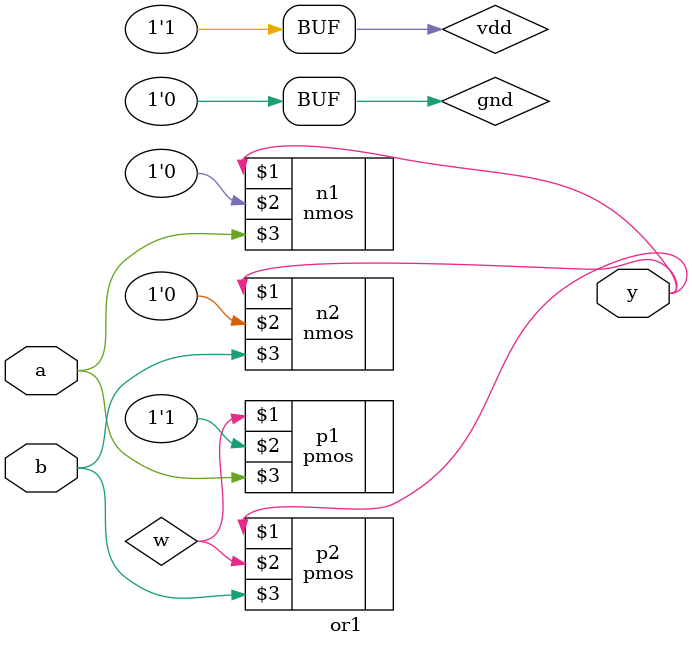
<source format=v>
module or1(input a,b, output y);
 // internal signals
	wire w;
	supply1 vdd;
	supply0 gnd;

		pmos p1(w,vdd,a);
		pmos p2(y,w,b);
		
		nmos n1(y,gnd,a);
		nmos n2(y,gnd,b);



endmodule
</source>
